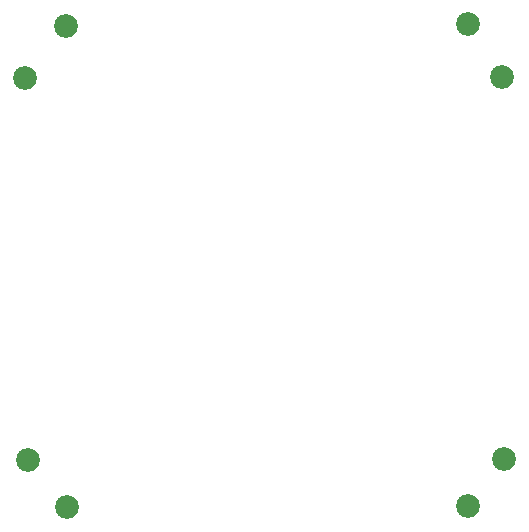
<source format=gbl>
G04 MADE WITH FRITZING*
G04 WWW.FRITZING.ORG*
G04 DOUBLE SIDED*
G04 HOLES PLATED*
G04 CONTOUR ON CENTER OF CONTOUR VECTOR*
%ASAXBY*%
%FSLAX23Y23*%
%MOIN*%
%OFA0B0*%
%SFA1.0B1.0*%
%ADD10C,0.079370*%
%LNCOPPER0*%
G90*
G70*
G54D10*
X226Y85D03*
X96Y242D03*
X86Y1518D03*
X1676Y1521D03*
X1685Y245D03*
X1565Y90D03*
X1563Y1696D03*
X224Y1691D03*
G04 End of Copper0*
M02*
</source>
